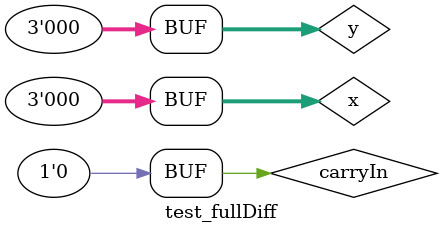
<source format=v>

module fullDiff (soma, cout, a, b, cin);
	input a, b, cin; 
	output soma, cout;
	wire s1, s2, s3, c1, c2;
	
	xor (s1, a, b);
	not (s2, a);
	and (c1, s2, b);
	xor (soma, s1, cin);
	not (s3, s1);
	and (c2, s3, cin);
	or (cout, c1, c2);
endmodule

// -------------------------
// full Diff 3bits
// -------------------------
module fullDiff4 (soma, cout, a, b, cin);
	output [2:0] soma;
	output  cout;
	input [2:0] a, b;
	input cin;
	wire c3, c2, c1;
	
	  fullDiff  fa0 (soma[0], c1, a[0], b[0], cin);
	  fullDiff  fa1 (soma[1], c2, a[1], b[1], c1);
	  fullDiff  fa2 (soma[2], cout, a[2], b[2], c2);
endmodule

module test_fullDiff;
	// ------------------------- definir dados
	reg [2:0] x;
	reg [2:0] y;
	reg carryIn;
	wire carryOut;
	wire [2:0] soma;
	
	fullDiff4 fa1(soma, carryOut, x, y, carryIn);
	// ------------------------- parte principal
	initial begin
		$display("Exemplo0022 - Marcio Enio Gonçalves Dutra Junior - 441698");
		$display("Test ALU's");
		
		#1 x = 3'b000; y = 3'b000; carryIn = 0;
		
		$monitor ("%b - %b = %b",x,y,soma);
		#1 x = 3'b000; y = 3'b001;
		#1 x = 3'b001; y = 3'b000;
		#1 x = 3'b001; y = 3'b001;
		#1 x = 3'b001; y = 3'b011;
		#1 x = 3'b000; y = 3'b000;
		#1 x = 3'b011; y = 3'b110;
		#1 x = 3'b000; y = 3'b000;
		#1 x = 3'b000; y = 3'b000;
	end
endmodule


</source>
